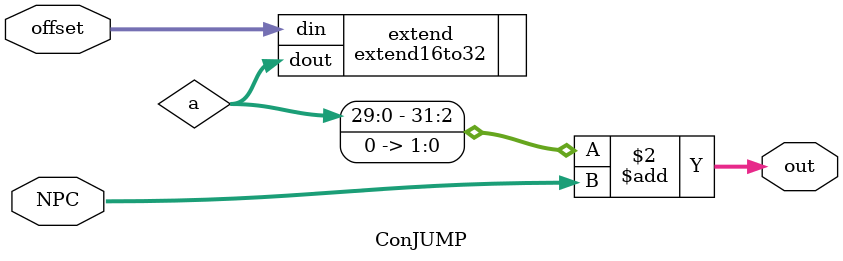
<source format=v>
`timescale 1ns / 1ps

//Ìõ¼þÌø×ª sign_extend(offset) ? 2 + NPC
module ConJUMP(NPC,offset,out);
input [31:0]NPC;
input [15:0]offset;
output [31:0]out;
wire [31:0]a;
extend16to32 extend(.din(offset),.dout(a));
assign out=(a<<2)+NPC;
endmodule

</source>
